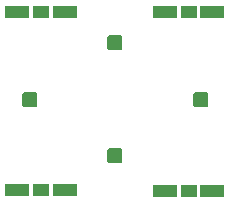
<source format=gbr>
%TF.GenerationSoftware,Altium Limited,Altium Designer,21.8.1 (53)*%
G04 Layer_Color=8421504*
%FSLAX26Y26*%
%MOIN*%
%TF.SameCoordinates,2531CBD8-4BF0-4D0B-A877-44D4BE5F07E3*%
%TF.FilePolarity,Positive*%
%TF.FileFunction,Paste,Top*%
%TF.Part,Single*%
G01*
G75*
%TA.AperFunction,SMDPad,CuDef*%
%ADD12R,0.078740X0.044291*%
%ADD13R,0.055118X0.044291*%
G04:AMPARAMS|DCode=14|XSize=50mil|YSize=50mil|CornerRadius=6.25mil|HoleSize=0mil|Usage=FLASHONLY|Rotation=0.000|XOffset=0mil|YOffset=0mil|HoleType=Round|Shape=RoundedRectangle|*
%AMROUNDEDRECTD14*
21,1,0.050000,0.037500,0,0,0.0*
21,1,0.037500,0.050000,0,0,0.0*
1,1,0.012500,0.018750,-0.018750*
1,1,0.012500,-0.018750,-0.018750*
1,1,0.012500,-0.018750,0.018750*
1,1,0.012500,0.018750,0.018750*
%
%ADD14ROUNDEDRECTD14*%
D12*
X324843Y-295913D02*
D03*
X167362D02*
D03*
X-167362Y300197D02*
D03*
X-324843D02*
D03*
X324843D02*
D03*
X167362D02*
D03*
X-167362Y-295531D02*
D03*
X-324843D02*
D03*
D13*
X246102Y-295913D02*
D03*
X-246102Y300197D02*
D03*
X246102D02*
D03*
X-246102Y-295531D02*
D03*
D14*
X1772Y196890D02*
D03*
Y-180315D02*
D03*
X287402Y6890D02*
D03*
X-283858D02*
D03*
%TF.MD5,dac25090db739aca954c9dc71a6821e6*%
M02*

</source>
